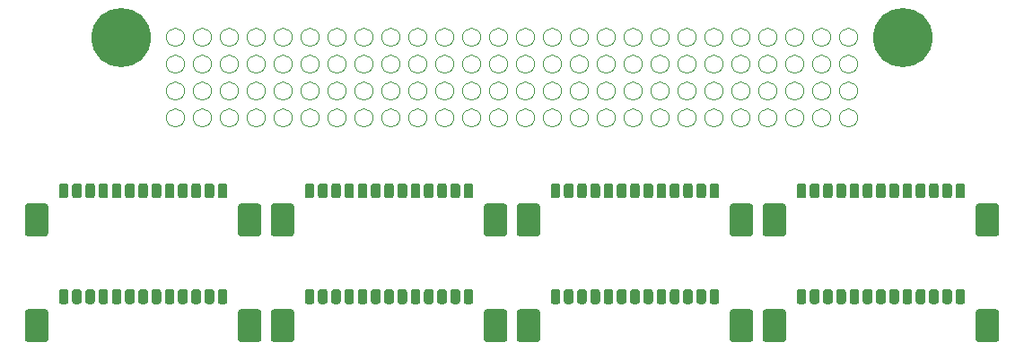
<source format=gbr>
%TF.GenerationSoftware,KiCad,Pcbnew,5.1.6-1.fc32*%
%TF.CreationDate,2020-06-21T11:50:06-03:00*%
%TF.ProjectId,pc104-adapter,70633130-342d-4616-9461-707465722e6b,rev?*%
%TF.SameCoordinates,Original*%
%TF.FileFunction,Soldermask,Top*%
%TF.FilePolarity,Negative*%
%FSLAX46Y46*%
G04 Gerber Fmt 4.6, Leading zero omitted, Abs format (unit mm)*
G04 Created by KiCad (PCBNEW 5.1.6-1.fc32) date 2020-06-21 11:50:06*
%MOMM*%
%LPD*%
G01*
G04 APERTURE LIST*
%ADD10C,0.100000*%
%ADD11C,5.600000*%
G04 APERTURE END LIST*
D10*
%TO.C,J10*%
X105411000Y-88056000D02*
G75*
G03*
X105411000Y-88056000I-861000J0D01*
G01*
X105411000Y-85516000D02*
G75*
G03*
X105411000Y-85516000I-861000J0D01*
G01*
X107951000Y-88056000D02*
G75*
G03*
X107951000Y-88056000I-861000J0D01*
G01*
X107951000Y-85516000D02*
G75*
G03*
X107951000Y-85516000I-861000J0D01*
G01*
X110491000Y-88056000D02*
G75*
G03*
X110491000Y-88056000I-861000J0D01*
G01*
X110491000Y-85516000D02*
G75*
G03*
X110491000Y-85516000I-861000J0D01*
G01*
X113031000Y-88056000D02*
G75*
G03*
X113031000Y-88056000I-861000J0D01*
G01*
X113031000Y-85516000D02*
G75*
G03*
X113031000Y-85516000I-861000J0D01*
G01*
X115571000Y-88056000D02*
G75*
G03*
X115571000Y-88056000I-861000J0D01*
G01*
X115571000Y-85516000D02*
G75*
G03*
X115571000Y-85516000I-861000J0D01*
G01*
X118111000Y-88056000D02*
G75*
G03*
X118111000Y-88056000I-861000J0D01*
G01*
X118111000Y-85516000D02*
G75*
G03*
X118111000Y-85516000I-861000J0D01*
G01*
X120651000Y-88056000D02*
G75*
G03*
X120651000Y-88056000I-861000J0D01*
G01*
X120651000Y-85516000D02*
G75*
G03*
X120651000Y-85516000I-861000J0D01*
G01*
X123191000Y-88056000D02*
G75*
G03*
X123191000Y-88056000I-861000J0D01*
G01*
X123191000Y-85516000D02*
G75*
G03*
X123191000Y-85516000I-861000J0D01*
G01*
X125731000Y-88056000D02*
G75*
G03*
X125731000Y-88056000I-861000J0D01*
G01*
X125731000Y-85516000D02*
G75*
G03*
X125731000Y-85516000I-861000J0D01*
G01*
X128271000Y-88056000D02*
G75*
G03*
X128271000Y-88056000I-861000J0D01*
G01*
X128271000Y-85516000D02*
G75*
G03*
X128271000Y-85516000I-861000J0D01*
G01*
X130811000Y-88056000D02*
G75*
G03*
X130811000Y-88056000I-861000J0D01*
G01*
X130811000Y-85516000D02*
G75*
G03*
X130811000Y-85516000I-861000J0D01*
G01*
X133351000Y-88056000D02*
G75*
G03*
X133351000Y-88056000I-861000J0D01*
G01*
X133351000Y-85516000D02*
G75*
G03*
X133351000Y-85516000I-861000J0D01*
G01*
X135891000Y-88056000D02*
G75*
G03*
X135891000Y-88056000I-861000J0D01*
G01*
X135891000Y-85516000D02*
G75*
G03*
X135891000Y-85516000I-861000J0D01*
G01*
X138431000Y-88056000D02*
G75*
G03*
X138431000Y-88056000I-861000J0D01*
G01*
X138431000Y-85516000D02*
G75*
G03*
X138431000Y-85516000I-861000J0D01*
G01*
X140971000Y-88056000D02*
G75*
G03*
X140971000Y-88056000I-861000J0D01*
G01*
X140971000Y-85516000D02*
G75*
G03*
X140971000Y-85516000I-861000J0D01*
G01*
X143511000Y-88056000D02*
G75*
G03*
X143511000Y-88056000I-861000J0D01*
G01*
X143511000Y-85516000D02*
G75*
G03*
X143511000Y-85516000I-861000J0D01*
G01*
X146051000Y-88056000D02*
G75*
G03*
X146051000Y-88056000I-861000J0D01*
G01*
X146051000Y-85516000D02*
G75*
G03*
X146051000Y-85516000I-861000J0D01*
G01*
X148591000Y-88056000D02*
G75*
G03*
X148591000Y-88056000I-861000J0D01*
G01*
X148591000Y-85516000D02*
G75*
G03*
X148591000Y-85516000I-861000J0D01*
G01*
X151131000Y-88056000D02*
G75*
G03*
X151131000Y-88056000I-861000J0D01*
G01*
X151131000Y-85516000D02*
G75*
G03*
X151131000Y-85516000I-861000J0D01*
G01*
X153671000Y-88056000D02*
G75*
G03*
X153671000Y-88056000I-861000J0D01*
G01*
X153671000Y-85516000D02*
G75*
G03*
X153671000Y-85516000I-861000J0D01*
G01*
X156211000Y-88056000D02*
G75*
G03*
X156211000Y-88056000I-861000J0D01*
G01*
X156211000Y-85516000D02*
G75*
G03*
X156211000Y-85516000I-861000J0D01*
G01*
X158751000Y-88056000D02*
G75*
G03*
X158751000Y-88056000I-861000J0D01*
G01*
X158751000Y-85516000D02*
G75*
G03*
X158751000Y-85516000I-861000J0D01*
G01*
X161291000Y-88056000D02*
G75*
G03*
X161291000Y-88056000I-861000J0D01*
G01*
X161291000Y-85516000D02*
G75*
G03*
X161291000Y-85516000I-861000J0D01*
G01*
X163831000Y-88056000D02*
G75*
G03*
X163831000Y-88056000I-861000J0D01*
G01*
X163831000Y-85516000D02*
G75*
G03*
X163831000Y-85516000I-861000J0D01*
G01*
X166371000Y-88056000D02*
G75*
G03*
X166371000Y-88056000I-861000J0D01*
G01*
X166371000Y-85516000D02*
G75*
G03*
X166371000Y-85516000I-861000J0D01*
G01*
X168911000Y-88056000D02*
G75*
G03*
X168911000Y-88056000I-861000J0D01*
G01*
X168911000Y-85516000D02*
G75*
G03*
X168911000Y-85516000I-861000J0D01*
G01*
%TO.C,J9*%
X105411000Y-82976000D02*
G75*
G03*
X105411000Y-82976000I-861000J0D01*
G01*
X105411000Y-80436000D02*
G75*
G03*
X105411000Y-80436000I-861000J0D01*
G01*
X107951000Y-82976000D02*
G75*
G03*
X107951000Y-82976000I-861000J0D01*
G01*
X107951000Y-80436000D02*
G75*
G03*
X107951000Y-80436000I-861000J0D01*
G01*
X110491000Y-82976000D02*
G75*
G03*
X110491000Y-82976000I-861000J0D01*
G01*
X110491000Y-80436000D02*
G75*
G03*
X110491000Y-80436000I-861000J0D01*
G01*
X113031000Y-82976000D02*
G75*
G03*
X113031000Y-82976000I-861000J0D01*
G01*
X113031000Y-80436000D02*
G75*
G03*
X113031000Y-80436000I-861000J0D01*
G01*
X115571000Y-82976000D02*
G75*
G03*
X115571000Y-82976000I-861000J0D01*
G01*
X115571000Y-80436000D02*
G75*
G03*
X115571000Y-80436000I-861000J0D01*
G01*
X118111000Y-82976000D02*
G75*
G03*
X118111000Y-82976000I-861000J0D01*
G01*
X118111000Y-80436000D02*
G75*
G03*
X118111000Y-80436000I-861000J0D01*
G01*
X120651000Y-82976000D02*
G75*
G03*
X120651000Y-82976000I-861000J0D01*
G01*
X120651000Y-80436000D02*
G75*
G03*
X120651000Y-80436000I-861000J0D01*
G01*
X123191000Y-82976000D02*
G75*
G03*
X123191000Y-82976000I-861000J0D01*
G01*
X123191000Y-80436000D02*
G75*
G03*
X123191000Y-80436000I-861000J0D01*
G01*
X125731000Y-82976000D02*
G75*
G03*
X125731000Y-82976000I-861000J0D01*
G01*
X125731000Y-80436000D02*
G75*
G03*
X125731000Y-80436000I-861000J0D01*
G01*
X128271000Y-82976000D02*
G75*
G03*
X128271000Y-82976000I-861000J0D01*
G01*
X128271000Y-80436000D02*
G75*
G03*
X128271000Y-80436000I-861000J0D01*
G01*
X130811000Y-82976000D02*
G75*
G03*
X130811000Y-82976000I-861000J0D01*
G01*
X130811000Y-80436000D02*
G75*
G03*
X130811000Y-80436000I-861000J0D01*
G01*
X133351000Y-82976000D02*
G75*
G03*
X133351000Y-82976000I-861000J0D01*
G01*
X133351000Y-80436000D02*
G75*
G03*
X133351000Y-80436000I-861000J0D01*
G01*
X135891000Y-82976000D02*
G75*
G03*
X135891000Y-82976000I-861000J0D01*
G01*
X135891000Y-80436000D02*
G75*
G03*
X135891000Y-80436000I-861000J0D01*
G01*
X138431000Y-82976000D02*
G75*
G03*
X138431000Y-82976000I-861000J0D01*
G01*
X138431000Y-80436000D02*
G75*
G03*
X138431000Y-80436000I-861000J0D01*
G01*
X140971000Y-82976000D02*
G75*
G03*
X140971000Y-82976000I-861000J0D01*
G01*
X140971000Y-80436000D02*
G75*
G03*
X140971000Y-80436000I-861000J0D01*
G01*
X143511000Y-82976000D02*
G75*
G03*
X143511000Y-82976000I-861000J0D01*
G01*
X143511000Y-80436000D02*
G75*
G03*
X143511000Y-80436000I-861000J0D01*
G01*
X146051000Y-82976000D02*
G75*
G03*
X146051000Y-82976000I-861000J0D01*
G01*
X146051000Y-80436000D02*
G75*
G03*
X146051000Y-80436000I-861000J0D01*
G01*
X148591000Y-82976000D02*
G75*
G03*
X148591000Y-82976000I-861000J0D01*
G01*
X148591000Y-80436000D02*
G75*
G03*
X148591000Y-80436000I-861000J0D01*
G01*
X151131000Y-82976000D02*
G75*
G03*
X151131000Y-82976000I-861000J0D01*
G01*
X151131000Y-80436000D02*
G75*
G03*
X151131000Y-80436000I-861000J0D01*
G01*
X153671000Y-82976000D02*
G75*
G03*
X153671000Y-82976000I-861000J0D01*
G01*
X153671000Y-80436000D02*
G75*
G03*
X153671000Y-80436000I-861000J0D01*
G01*
X156211000Y-82976000D02*
G75*
G03*
X156211000Y-82976000I-861000J0D01*
G01*
X156211000Y-80436000D02*
G75*
G03*
X156211000Y-80436000I-861000J0D01*
G01*
X158751000Y-82976000D02*
G75*
G03*
X158751000Y-82976000I-861000J0D01*
G01*
X158751000Y-80436000D02*
G75*
G03*
X158751000Y-80436000I-861000J0D01*
G01*
X161291000Y-82976000D02*
G75*
G03*
X161291000Y-82976000I-861000J0D01*
G01*
X161291000Y-80436000D02*
G75*
G03*
X161291000Y-80436000I-861000J0D01*
G01*
X163831000Y-82976000D02*
G75*
G03*
X163831000Y-82976000I-861000J0D01*
G01*
X163831000Y-80436000D02*
G75*
G03*
X163831000Y-80436000I-861000J0D01*
G01*
X166371000Y-82976000D02*
G75*
G03*
X166371000Y-82976000I-861000J0D01*
G01*
X166371000Y-80436000D02*
G75*
G03*
X166371000Y-80436000I-861000J0D01*
G01*
X168911000Y-82976000D02*
G75*
G03*
X168911000Y-82976000I-861000J0D01*
G01*
X168911000Y-80436000D02*
G75*
G03*
X168911000Y-80436000I-861000J0D01*
G01*
%TD*%
%TO.C,J8*%
G36*
G01*
X180050000Y-98988095D02*
X180050000Y-96411905D01*
G75*
G02*
X180311905Y-96150000I261905J0D01*
G01*
X181988095Y-96150000D01*
G75*
G02*
X182250000Y-96411905I0J-261905D01*
G01*
X182250000Y-98988095D01*
G75*
G02*
X181988095Y-99250000I-261905J0D01*
G01*
X180311905Y-99250000D01*
G75*
G02*
X180050000Y-98988095I0J261905D01*
G01*
G37*
G36*
G01*
X159950000Y-98988095D02*
X159950000Y-96411905D01*
G75*
G02*
X160211905Y-96150000I261905J0D01*
G01*
X161888095Y-96150000D01*
G75*
G02*
X162150000Y-96411905I0J-261905D01*
G01*
X162150000Y-98988095D01*
G75*
G02*
X161888095Y-99250000I-261905J0D01*
G01*
X160211905Y-99250000D01*
G75*
G02*
X159950000Y-98988095I0J261905D01*
G01*
G37*
G36*
G01*
X178150000Y-95425000D02*
X178150000Y-94475000D01*
G75*
G02*
X178375000Y-94250000I225000J0D01*
G01*
X178825000Y-94250000D01*
G75*
G02*
X179050000Y-94475000I0J-225000D01*
G01*
X179050000Y-95425000D01*
G75*
G02*
X178825000Y-95650000I-225000J0D01*
G01*
X178375000Y-95650000D01*
G75*
G02*
X178150000Y-95425000I0J225000D01*
G01*
G37*
G36*
G01*
X176900000Y-95425000D02*
X176900000Y-94475000D01*
G75*
G02*
X177125000Y-94250000I225000J0D01*
G01*
X177575000Y-94250000D01*
G75*
G02*
X177800000Y-94475000I0J-225000D01*
G01*
X177800000Y-95425000D01*
G75*
G02*
X177575000Y-95650000I-225000J0D01*
G01*
X177125000Y-95650000D01*
G75*
G02*
X176900000Y-95425000I0J225000D01*
G01*
G37*
G36*
G01*
X175650000Y-95425000D02*
X175650000Y-94475000D01*
G75*
G02*
X175875000Y-94250000I225000J0D01*
G01*
X176325000Y-94250000D01*
G75*
G02*
X176550000Y-94475000I0J-225000D01*
G01*
X176550000Y-95425000D01*
G75*
G02*
X176325000Y-95650000I-225000J0D01*
G01*
X175875000Y-95650000D01*
G75*
G02*
X175650000Y-95425000I0J225000D01*
G01*
G37*
G36*
G01*
X174400000Y-95425000D02*
X174400000Y-94475000D01*
G75*
G02*
X174625000Y-94250000I225000J0D01*
G01*
X175075000Y-94250000D01*
G75*
G02*
X175300000Y-94475000I0J-225000D01*
G01*
X175300000Y-95425000D01*
G75*
G02*
X175075000Y-95650000I-225000J0D01*
G01*
X174625000Y-95650000D01*
G75*
G02*
X174400000Y-95425000I0J225000D01*
G01*
G37*
G36*
G01*
X173150000Y-95425000D02*
X173150000Y-94475000D01*
G75*
G02*
X173375000Y-94250000I225000J0D01*
G01*
X173825000Y-94250000D01*
G75*
G02*
X174050000Y-94475000I0J-225000D01*
G01*
X174050000Y-95425000D01*
G75*
G02*
X173825000Y-95650000I-225000J0D01*
G01*
X173375000Y-95650000D01*
G75*
G02*
X173150000Y-95425000I0J225000D01*
G01*
G37*
G36*
G01*
X171900000Y-95425000D02*
X171900000Y-94475000D01*
G75*
G02*
X172125000Y-94250000I225000J0D01*
G01*
X172575000Y-94250000D01*
G75*
G02*
X172800000Y-94475000I0J-225000D01*
G01*
X172800000Y-95425000D01*
G75*
G02*
X172575000Y-95650000I-225000J0D01*
G01*
X172125000Y-95650000D01*
G75*
G02*
X171900000Y-95425000I0J225000D01*
G01*
G37*
G36*
G01*
X170650000Y-95425000D02*
X170650000Y-94475000D01*
G75*
G02*
X170875000Y-94250000I225000J0D01*
G01*
X171325000Y-94250000D01*
G75*
G02*
X171550000Y-94475000I0J-225000D01*
G01*
X171550000Y-95425000D01*
G75*
G02*
X171325000Y-95650000I-225000J0D01*
G01*
X170875000Y-95650000D01*
G75*
G02*
X170650000Y-95425000I0J225000D01*
G01*
G37*
G36*
G01*
X169400000Y-95425000D02*
X169400000Y-94475000D01*
G75*
G02*
X169625000Y-94250000I225000J0D01*
G01*
X170075000Y-94250000D01*
G75*
G02*
X170300000Y-94475000I0J-225000D01*
G01*
X170300000Y-95425000D01*
G75*
G02*
X170075000Y-95650000I-225000J0D01*
G01*
X169625000Y-95650000D01*
G75*
G02*
X169400000Y-95425000I0J225000D01*
G01*
G37*
G36*
G01*
X168150000Y-95425000D02*
X168150000Y-94475000D01*
G75*
G02*
X168375000Y-94250000I225000J0D01*
G01*
X168825000Y-94250000D01*
G75*
G02*
X169050000Y-94475000I0J-225000D01*
G01*
X169050000Y-95425000D01*
G75*
G02*
X168825000Y-95650000I-225000J0D01*
G01*
X168375000Y-95650000D01*
G75*
G02*
X168150000Y-95425000I0J225000D01*
G01*
G37*
G36*
G01*
X166900000Y-95425000D02*
X166900000Y-94475000D01*
G75*
G02*
X167125000Y-94250000I225000J0D01*
G01*
X167575000Y-94250000D01*
G75*
G02*
X167800000Y-94475000I0J-225000D01*
G01*
X167800000Y-95425000D01*
G75*
G02*
X167575000Y-95650000I-225000J0D01*
G01*
X167125000Y-95650000D01*
G75*
G02*
X166900000Y-95425000I0J225000D01*
G01*
G37*
G36*
G01*
X165650000Y-95425000D02*
X165650000Y-94475000D01*
G75*
G02*
X165875000Y-94250000I225000J0D01*
G01*
X166325000Y-94250000D01*
G75*
G02*
X166550000Y-94475000I0J-225000D01*
G01*
X166550000Y-95425000D01*
G75*
G02*
X166325000Y-95650000I-225000J0D01*
G01*
X165875000Y-95650000D01*
G75*
G02*
X165650000Y-95425000I0J225000D01*
G01*
G37*
G36*
G01*
X164400000Y-95425000D02*
X164400000Y-94475000D01*
G75*
G02*
X164625000Y-94250000I225000J0D01*
G01*
X165075000Y-94250000D01*
G75*
G02*
X165300000Y-94475000I0J-225000D01*
G01*
X165300000Y-95425000D01*
G75*
G02*
X165075000Y-95650000I-225000J0D01*
G01*
X164625000Y-95650000D01*
G75*
G02*
X164400000Y-95425000I0J225000D01*
G01*
G37*
G36*
G01*
X163150000Y-95425000D02*
X163150000Y-94475000D01*
G75*
G02*
X163375000Y-94250000I225000J0D01*
G01*
X163825000Y-94250000D01*
G75*
G02*
X164050000Y-94475000I0J-225000D01*
G01*
X164050000Y-95425000D01*
G75*
G02*
X163825000Y-95650000I-225000J0D01*
G01*
X163375000Y-95650000D01*
G75*
G02*
X163150000Y-95425000I0J225000D01*
G01*
G37*
%TD*%
%TO.C,J7*%
G36*
G01*
X156850000Y-98988095D02*
X156850000Y-96411905D01*
G75*
G02*
X157111905Y-96150000I261905J0D01*
G01*
X158788095Y-96150000D01*
G75*
G02*
X159050000Y-96411905I0J-261905D01*
G01*
X159050000Y-98988095D01*
G75*
G02*
X158788095Y-99250000I-261905J0D01*
G01*
X157111905Y-99250000D01*
G75*
G02*
X156850000Y-98988095I0J261905D01*
G01*
G37*
G36*
G01*
X136750000Y-98988095D02*
X136750000Y-96411905D01*
G75*
G02*
X137011905Y-96150000I261905J0D01*
G01*
X138688095Y-96150000D01*
G75*
G02*
X138950000Y-96411905I0J-261905D01*
G01*
X138950000Y-98988095D01*
G75*
G02*
X138688095Y-99250000I-261905J0D01*
G01*
X137011905Y-99250000D01*
G75*
G02*
X136750000Y-98988095I0J261905D01*
G01*
G37*
G36*
G01*
X154950000Y-95425000D02*
X154950000Y-94475000D01*
G75*
G02*
X155175000Y-94250000I225000J0D01*
G01*
X155625000Y-94250000D01*
G75*
G02*
X155850000Y-94475000I0J-225000D01*
G01*
X155850000Y-95425000D01*
G75*
G02*
X155625000Y-95650000I-225000J0D01*
G01*
X155175000Y-95650000D01*
G75*
G02*
X154950000Y-95425000I0J225000D01*
G01*
G37*
G36*
G01*
X153700000Y-95425000D02*
X153700000Y-94475000D01*
G75*
G02*
X153925000Y-94250000I225000J0D01*
G01*
X154375000Y-94250000D01*
G75*
G02*
X154600000Y-94475000I0J-225000D01*
G01*
X154600000Y-95425000D01*
G75*
G02*
X154375000Y-95650000I-225000J0D01*
G01*
X153925000Y-95650000D01*
G75*
G02*
X153700000Y-95425000I0J225000D01*
G01*
G37*
G36*
G01*
X152450000Y-95425000D02*
X152450000Y-94475000D01*
G75*
G02*
X152675000Y-94250000I225000J0D01*
G01*
X153125000Y-94250000D01*
G75*
G02*
X153350000Y-94475000I0J-225000D01*
G01*
X153350000Y-95425000D01*
G75*
G02*
X153125000Y-95650000I-225000J0D01*
G01*
X152675000Y-95650000D01*
G75*
G02*
X152450000Y-95425000I0J225000D01*
G01*
G37*
G36*
G01*
X151200000Y-95425000D02*
X151200000Y-94475000D01*
G75*
G02*
X151425000Y-94250000I225000J0D01*
G01*
X151875000Y-94250000D01*
G75*
G02*
X152100000Y-94475000I0J-225000D01*
G01*
X152100000Y-95425000D01*
G75*
G02*
X151875000Y-95650000I-225000J0D01*
G01*
X151425000Y-95650000D01*
G75*
G02*
X151200000Y-95425000I0J225000D01*
G01*
G37*
G36*
G01*
X149950000Y-95425000D02*
X149950000Y-94475000D01*
G75*
G02*
X150175000Y-94250000I225000J0D01*
G01*
X150625000Y-94250000D01*
G75*
G02*
X150850000Y-94475000I0J-225000D01*
G01*
X150850000Y-95425000D01*
G75*
G02*
X150625000Y-95650000I-225000J0D01*
G01*
X150175000Y-95650000D01*
G75*
G02*
X149950000Y-95425000I0J225000D01*
G01*
G37*
G36*
G01*
X148700000Y-95425000D02*
X148700000Y-94475000D01*
G75*
G02*
X148925000Y-94250000I225000J0D01*
G01*
X149375000Y-94250000D01*
G75*
G02*
X149600000Y-94475000I0J-225000D01*
G01*
X149600000Y-95425000D01*
G75*
G02*
X149375000Y-95650000I-225000J0D01*
G01*
X148925000Y-95650000D01*
G75*
G02*
X148700000Y-95425000I0J225000D01*
G01*
G37*
G36*
G01*
X147450000Y-95425000D02*
X147450000Y-94475000D01*
G75*
G02*
X147675000Y-94250000I225000J0D01*
G01*
X148125000Y-94250000D01*
G75*
G02*
X148350000Y-94475000I0J-225000D01*
G01*
X148350000Y-95425000D01*
G75*
G02*
X148125000Y-95650000I-225000J0D01*
G01*
X147675000Y-95650000D01*
G75*
G02*
X147450000Y-95425000I0J225000D01*
G01*
G37*
G36*
G01*
X146200000Y-95425000D02*
X146200000Y-94475000D01*
G75*
G02*
X146425000Y-94250000I225000J0D01*
G01*
X146875000Y-94250000D01*
G75*
G02*
X147100000Y-94475000I0J-225000D01*
G01*
X147100000Y-95425000D01*
G75*
G02*
X146875000Y-95650000I-225000J0D01*
G01*
X146425000Y-95650000D01*
G75*
G02*
X146200000Y-95425000I0J225000D01*
G01*
G37*
G36*
G01*
X144950000Y-95425000D02*
X144950000Y-94475000D01*
G75*
G02*
X145175000Y-94250000I225000J0D01*
G01*
X145625000Y-94250000D01*
G75*
G02*
X145850000Y-94475000I0J-225000D01*
G01*
X145850000Y-95425000D01*
G75*
G02*
X145625000Y-95650000I-225000J0D01*
G01*
X145175000Y-95650000D01*
G75*
G02*
X144950000Y-95425000I0J225000D01*
G01*
G37*
G36*
G01*
X143700000Y-95425000D02*
X143700000Y-94475000D01*
G75*
G02*
X143925000Y-94250000I225000J0D01*
G01*
X144375000Y-94250000D01*
G75*
G02*
X144600000Y-94475000I0J-225000D01*
G01*
X144600000Y-95425000D01*
G75*
G02*
X144375000Y-95650000I-225000J0D01*
G01*
X143925000Y-95650000D01*
G75*
G02*
X143700000Y-95425000I0J225000D01*
G01*
G37*
G36*
G01*
X142450000Y-95425000D02*
X142450000Y-94475000D01*
G75*
G02*
X142675000Y-94250000I225000J0D01*
G01*
X143125000Y-94250000D01*
G75*
G02*
X143350000Y-94475000I0J-225000D01*
G01*
X143350000Y-95425000D01*
G75*
G02*
X143125000Y-95650000I-225000J0D01*
G01*
X142675000Y-95650000D01*
G75*
G02*
X142450000Y-95425000I0J225000D01*
G01*
G37*
G36*
G01*
X141200000Y-95425000D02*
X141200000Y-94475000D01*
G75*
G02*
X141425000Y-94250000I225000J0D01*
G01*
X141875000Y-94250000D01*
G75*
G02*
X142100000Y-94475000I0J-225000D01*
G01*
X142100000Y-95425000D01*
G75*
G02*
X141875000Y-95650000I-225000J0D01*
G01*
X141425000Y-95650000D01*
G75*
G02*
X141200000Y-95425000I0J225000D01*
G01*
G37*
G36*
G01*
X139950000Y-95425000D02*
X139950000Y-94475000D01*
G75*
G02*
X140175000Y-94250000I225000J0D01*
G01*
X140625000Y-94250000D01*
G75*
G02*
X140850000Y-94475000I0J-225000D01*
G01*
X140850000Y-95425000D01*
G75*
G02*
X140625000Y-95650000I-225000J0D01*
G01*
X140175000Y-95650000D01*
G75*
G02*
X139950000Y-95425000I0J225000D01*
G01*
G37*
%TD*%
%TO.C,J6*%
G36*
G01*
X133650000Y-98988095D02*
X133650000Y-96411905D01*
G75*
G02*
X133911905Y-96150000I261905J0D01*
G01*
X135588095Y-96150000D01*
G75*
G02*
X135850000Y-96411905I0J-261905D01*
G01*
X135850000Y-98988095D01*
G75*
G02*
X135588095Y-99250000I-261905J0D01*
G01*
X133911905Y-99250000D01*
G75*
G02*
X133650000Y-98988095I0J261905D01*
G01*
G37*
G36*
G01*
X113550000Y-98988095D02*
X113550000Y-96411905D01*
G75*
G02*
X113811905Y-96150000I261905J0D01*
G01*
X115488095Y-96150000D01*
G75*
G02*
X115750000Y-96411905I0J-261905D01*
G01*
X115750000Y-98988095D01*
G75*
G02*
X115488095Y-99250000I-261905J0D01*
G01*
X113811905Y-99250000D01*
G75*
G02*
X113550000Y-98988095I0J261905D01*
G01*
G37*
G36*
G01*
X131750000Y-95425000D02*
X131750000Y-94475000D01*
G75*
G02*
X131975000Y-94250000I225000J0D01*
G01*
X132425000Y-94250000D01*
G75*
G02*
X132650000Y-94475000I0J-225000D01*
G01*
X132650000Y-95425000D01*
G75*
G02*
X132425000Y-95650000I-225000J0D01*
G01*
X131975000Y-95650000D01*
G75*
G02*
X131750000Y-95425000I0J225000D01*
G01*
G37*
G36*
G01*
X130500000Y-95425000D02*
X130500000Y-94475000D01*
G75*
G02*
X130725000Y-94250000I225000J0D01*
G01*
X131175000Y-94250000D01*
G75*
G02*
X131400000Y-94475000I0J-225000D01*
G01*
X131400000Y-95425000D01*
G75*
G02*
X131175000Y-95650000I-225000J0D01*
G01*
X130725000Y-95650000D01*
G75*
G02*
X130500000Y-95425000I0J225000D01*
G01*
G37*
G36*
G01*
X129250000Y-95425000D02*
X129250000Y-94475000D01*
G75*
G02*
X129475000Y-94250000I225000J0D01*
G01*
X129925000Y-94250000D01*
G75*
G02*
X130150000Y-94475000I0J-225000D01*
G01*
X130150000Y-95425000D01*
G75*
G02*
X129925000Y-95650000I-225000J0D01*
G01*
X129475000Y-95650000D01*
G75*
G02*
X129250000Y-95425000I0J225000D01*
G01*
G37*
G36*
G01*
X128000000Y-95425000D02*
X128000000Y-94475000D01*
G75*
G02*
X128225000Y-94250000I225000J0D01*
G01*
X128675000Y-94250000D01*
G75*
G02*
X128900000Y-94475000I0J-225000D01*
G01*
X128900000Y-95425000D01*
G75*
G02*
X128675000Y-95650000I-225000J0D01*
G01*
X128225000Y-95650000D01*
G75*
G02*
X128000000Y-95425000I0J225000D01*
G01*
G37*
G36*
G01*
X126750000Y-95425000D02*
X126750000Y-94475000D01*
G75*
G02*
X126975000Y-94250000I225000J0D01*
G01*
X127425000Y-94250000D01*
G75*
G02*
X127650000Y-94475000I0J-225000D01*
G01*
X127650000Y-95425000D01*
G75*
G02*
X127425000Y-95650000I-225000J0D01*
G01*
X126975000Y-95650000D01*
G75*
G02*
X126750000Y-95425000I0J225000D01*
G01*
G37*
G36*
G01*
X125500000Y-95425000D02*
X125500000Y-94475000D01*
G75*
G02*
X125725000Y-94250000I225000J0D01*
G01*
X126175000Y-94250000D01*
G75*
G02*
X126400000Y-94475000I0J-225000D01*
G01*
X126400000Y-95425000D01*
G75*
G02*
X126175000Y-95650000I-225000J0D01*
G01*
X125725000Y-95650000D01*
G75*
G02*
X125500000Y-95425000I0J225000D01*
G01*
G37*
G36*
G01*
X124250000Y-95425000D02*
X124250000Y-94475000D01*
G75*
G02*
X124475000Y-94250000I225000J0D01*
G01*
X124925000Y-94250000D01*
G75*
G02*
X125150000Y-94475000I0J-225000D01*
G01*
X125150000Y-95425000D01*
G75*
G02*
X124925000Y-95650000I-225000J0D01*
G01*
X124475000Y-95650000D01*
G75*
G02*
X124250000Y-95425000I0J225000D01*
G01*
G37*
G36*
G01*
X123000000Y-95425000D02*
X123000000Y-94475000D01*
G75*
G02*
X123225000Y-94250000I225000J0D01*
G01*
X123675000Y-94250000D01*
G75*
G02*
X123900000Y-94475000I0J-225000D01*
G01*
X123900000Y-95425000D01*
G75*
G02*
X123675000Y-95650000I-225000J0D01*
G01*
X123225000Y-95650000D01*
G75*
G02*
X123000000Y-95425000I0J225000D01*
G01*
G37*
G36*
G01*
X121750000Y-95425000D02*
X121750000Y-94475000D01*
G75*
G02*
X121975000Y-94250000I225000J0D01*
G01*
X122425000Y-94250000D01*
G75*
G02*
X122650000Y-94475000I0J-225000D01*
G01*
X122650000Y-95425000D01*
G75*
G02*
X122425000Y-95650000I-225000J0D01*
G01*
X121975000Y-95650000D01*
G75*
G02*
X121750000Y-95425000I0J225000D01*
G01*
G37*
G36*
G01*
X120500000Y-95425000D02*
X120500000Y-94475000D01*
G75*
G02*
X120725000Y-94250000I225000J0D01*
G01*
X121175000Y-94250000D01*
G75*
G02*
X121400000Y-94475000I0J-225000D01*
G01*
X121400000Y-95425000D01*
G75*
G02*
X121175000Y-95650000I-225000J0D01*
G01*
X120725000Y-95650000D01*
G75*
G02*
X120500000Y-95425000I0J225000D01*
G01*
G37*
G36*
G01*
X119250000Y-95425000D02*
X119250000Y-94475000D01*
G75*
G02*
X119475000Y-94250000I225000J0D01*
G01*
X119925000Y-94250000D01*
G75*
G02*
X120150000Y-94475000I0J-225000D01*
G01*
X120150000Y-95425000D01*
G75*
G02*
X119925000Y-95650000I-225000J0D01*
G01*
X119475000Y-95650000D01*
G75*
G02*
X119250000Y-95425000I0J225000D01*
G01*
G37*
G36*
G01*
X118000000Y-95425000D02*
X118000000Y-94475000D01*
G75*
G02*
X118225000Y-94250000I225000J0D01*
G01*
X118675000Y-94250000D01*
G75*
G02*
X118900000Y-94475000I0J-225000D01*
G01*
X118900000Y-95425000D01*
G75*
G02*
X118675000Y-95650000I-225000J0D01*
G01*
X118225000Y-95650000D01*
G75*
G02*
X118000000Y-95425000I0J225000D01*
G01*
G37*
G36*
G01*
X116750000Y-95425000D02*
X116750000Y-94475000D01*
G75*
G02*
X116975000Y-94250000I225000J0D01*
G01*
X117425000Y-94250000D01*
G75*
G02*
X117650000Y-94475000I0J-225000D01*
G01*
X117650000Y-95425000D01*
G75*
G02*
X117425000Y-95650000I-225000J0D01*
G01*
X116975000Y-95650000D01*
G75*
G02*
X116750000Y-95425000I0J225000D01*
G01*
G37*
%TD*%
%TO.C,J5*%
G36*
G01*
X110450000Y-98988095D02*
X110450000Y-96411905D01*
G75*
G02*
X110711905Y-96150000I261905J0D01*
G01*
X112388095Y-96150000D01*
G75*
G02*
X112650000Y-96411905I0J-261905D01*
G01*
X112650000Y-98988095D01*
G75*
G02*
X112388095Y-99250000I-261905J0D01*
G01*
X110711905Y-99250000D01*
G75*
G02*
X110450000Y-98988095I0J261905D01*
G01*
G37*
G36*
G01*
X90350000Y-98988095D02*
X90350000Y-96411905D01*
G75*
G02*
X90611905Y-96150000I261905J0D01*
G01*
X92288095Y-96150000D01*
G75*
G02*
X92550000Y-96411905I0J-261905D01*
G01*
X92550000Y-98988095D01*
G75*
G02*
X92288095Y-99250000I-261905J0D01*
G01*
X90611905Y-99250000D01*
G75*
G02*
X90350000Y-98988095I0J261905D01*
G01*
G37*
G36*
G01*
X108550000Y-95425000D02*
X108550000Y-94475000D01*
G75*
G02*
X108775000Y-94250000I225000J0D01*
G01*
X109225000Y-94250000D01*
G75*
G02*
X109450000Y-94475000I0J-225000D01*
G01*
X109450000Y-95425000D01*
G75*
G02*
X109225000Y-95650000I-225000J0D01*
G01*
X108775000Y-95650000D01*
G75*
G02*
X108550000Y-95425000I0J225000D01*
G01*
G37*
G36*
G01*
X107300000Y-95425000D02*
X107300000Y-94475000D01*
G75*
G02*
X107525000Y-94250000I225000J0D01*
G01*
X107975000Y-94250000D01*
G75*
G02*
X108200000Y-94475000I0J-225000D01*
G01*
X108200000Y-95425000D01*
G75*
G02*
X107975000Y-95650000I-225000J0D01*
G01*
X107525000Y-95650000D01*
G75*
G02*
X107300000Y-95425000I0J225000D01*
G01*
G37*
G36*
G01*
X106050000Y-95425000D02*
X106050000Y-94475000D01*
G75*
G02*
X106275000Y-94250000I225000J0D01*
G01*
X106725000Y-94250000D01*
G75*
G02*
X106950000Y-94475000I0J-225000D01*
G01*
X106950000Y-95425000D01*
G75*
G02*
X106725000Y-95650000I-225000J0D01*
G01*
X106275000Y-95650000D01*
G75*
G02*
X106050000Y-95425000I0J225000D01*
G01*
G37*
G36*
G01*
X104800000Y-95425000D02*
X104800000Y-94475000D01*
G75*
G02*
X105025000Y-94250000I225000J0D01*
G01*
X105475000Y-94250000D01*
G75*
G02*
X105700000Y-94475000I0J-225000D01*
G01*
X105700000Y-95425000D01*
G75*
G02*
X105475000Y-95650000I-225000J0D01*
G01*
X105025000Y-95650000D01*
G75*
G02*
X104800000Y-95425000I0J225000D01*
G01*
G37*
G36*
G01*
X103550000Y-95425000D02*
X103550000Y-94475000D01*
G75*
G02*
X103775000Y-94250000I225000J0D01*
G01*
X104225000Y-94250000D01*
G75*
G02*
X104450000Y-94475000I0J-225000D01*
G01*
X104450000Y-95425000D01*
G75*
G02*
X104225000Y-95650000I-225000J0D01*
G01*
X103775000Y-95650000D01*
G75*
G02*
X103550000Y-95425000I0J225000D01*
G01*
G37*
G36*
G01*
X102300000Y-95425000D02*
X102300000Y-94475000D01*
G75*
G02*
X102525000Y-94250000I225000J0D01*
G01*
X102975000Y-94250000D01*
G75*
G02*
X103200000Y-94475000I0J-225000D01*
G01*
X103200000Y-95425000D01*
G75*
G02*
X102975000Y-95650000I-225000J0D01*
G01*
X102525000Y-95650000D01*
G75*
G02*
X102300000Y-95425000I0J225000D01*
G01*
G37*
G36*
G01*
X101050000Y-95425000D02*
X101050000Y-94475000D01*
G75*
G02*
X101275000Y-94250000I225000J0D01*
G01*
X101725000Y-94250000D01*
G75*
G02*
X101950000Y-94475000I0J-225000D01*
G01*
X101950000Y-95425000D01*
G75*
G02*
X101725000Y-95650000I-225000J0D01*
G01*
X101275000Y-95650000D01*
G75*
G02*
X101050000Y-95425000I0J225000D01*
G01*
G37*
G36*
G01*
X99800000Y-95425000D02*
X99800000Y-94475000D01*
G75*
G02*
X100025000Y-94250000I225000J0D01*
G01*
X100475000Y-94250000D01*
G75*
G02*
X100700000Y-94475000I0J-225000D01*
G01*
X100700000Y-95425000D01*
G75*
G02*
X100475000Y-95650000I-225000J0D01*
G01*
X100025000Y-95650000D01*
G75*
G02*
X99800000Y-95425000I0J225000D01*
G01*
G37*
G36*
G01*
X98550000Y-95425000D02*
X98550000Y-94475000D01*
G75*
G02*
X98775000Y-94250000I225000J0D01*
G01*
X99225000Y-94250000D01*
G75*
G02*
X99450000Y-94475000I0J-225000D01*
G01*
X99450000Y-95425000D01*
G75*
G02*
X99225000Y-95650000I-225000J0D01*
G01*
X98775000Y-95650000D01*
G75*
G02*
X98550000Y-95425000I0J225000D01*
G01*
G37*
G36*
G01*
X97300000Y-95425000D02*
X97300000Y-94475000D01*
G75*
G02*
X97525000Y-94250000I225000J0D01*
G01*
X97975000Y-94250000D01*
G75*
G02*
X98200000Y-94475000I0J-225000D01*
G01*
X98200000Y-95425000D01*
G75*
G02*
X97975000Y-95650000I-225000J0D01*
G01*
X97525000Y-95650000D01*
G75*
G02*
X97300000Y-95425000I0J225000D01*
G01*
G37*
G36*
G01*
X96050000Y-95425000D02*
X96050000Y-94475000D01*
G75*
G02*
X96275000Y-94250000I225000J0D01*
G01*
X96725000Y-94250000D01*
G75*
G02*
X96950000Y-94475000I0J-225000D01*
G01*
X96950000Y-95425000D01*
G75*
G02*
X96725000Y-95650000I-225000J0D01*
G01*
X96275000Y-95650000D01*
G75*
G02*
X96050000Y-95425000I0J225000D01*
G01*
G37*
G36*
G01*
X94800000Y-95425000D02*
X94800000Y-94475000D01*
G75*
G02*
X95025000Y-94250000I225000J0D01*
G01*
X95475000Y-94250000D01*
G75*
G02*
X95700000Y-94475000I0J-225000D01*
G01*
X95700000Y-95425000D01*
G75*
G02*
X95475000Y-95650000I-225000J0D01*
G01*
X95025000Y-95650000D01*
G75*
G02*
X94800000Y-95425000I0J225000D01*
G01*
G37*
G36*
G01*
X93550000Y-95425000D02*
X93550000Y-94475000D01*
G75*
G02*
X93775000Y-94250000I225000J0D01*
G01*
X94225000Y-94250000D01*
G75*
G02*
X94450000Y-94475000I0J-225000D01*
G01*
X94450000Y-95425000D01*
G75*
G02*
X94225000Y-95650000I-225000J0D01*
G01*
X93775000Y-95650000D01*
G75*
G02*
X93550000Y-95425000I0J225000D01*
G01*
G37*
%TD*%
%TO.C,J4*%
G36*
G01*
X180050000Y-108988095D02*
X180050000Y-106411905D01*
G75*
G02*
X180311905Y-106150000I261905J0D01*
G01*
X181988095Y-106150000D01*
G75*
G02*
X182250000Y-106411905I0J-261905D01*
G01*
X182250000Y-108988095D01*
G75*
G02*
X181988095Y-109250000I-261905J0D01*
G01*
X180311905Y-109250000D01*
G75*
G02*
X180050000Y-108988095I0J261905D01*
G01*
G37*
G36*
G01*
X159950000Y-108988095D02*
X159950000Y-106411905D01*
G75*
G02*
X160211905Y-106150000I261905J0D01*
G01*
X161888095Y-106150000D01*
G75*
G02*
X162150000Y-106411905I0J-261905D01*
G01*
X162150000Y-108988095D01*
G75*
G02*
X161888095Y-109250000I-261905J0D01*
G01*
X160211905Y-109250000D01*
G75*
G02*
X159950000Y-108988095I0J261905D01*
G01*
G37*
G36*
G01*
X178150000Y-105425000D02*
X178150000Y-104475000D01*
G75*
G02*
X178375000Y-104250000I225000J0D01*
G01*
X178825000Y-104250000D01*
G75*
G02*
X179050000Y-104475000I0J-225000D01*
G01*
X179050000Y-105425000D01*
G75*
G02*
X178825000Y-105650000I-225000J0D01*
G01*
X178375000Y-105650000D01*
G75*
G02*
X178150000Y-105425000I0J225000D01*
G01*
G37*
G36*
G01*
X176900000Y-105425000D02*
X176900000Y-104475000D01*
G75*
G02*
X177125000Y-104250000I225000J0D01*
G01*
X177575000Y-104250000D01*
G75*
G02*
X177800000Y-104475000I0J-225000D01*
G01*
X177800000Y-105425000D01*
G75*
G02*
X177575000Y-105650000I-225000J0D01*
G01*
X177125000Y-105650000D01*
G75*
G02*
X176900000Y-105425000I0J225000D01*
G01*
G37*
G36*
G01*
X175650000Y-105425000D02*
X175650000Y-104475000D01*
G75*
G02*
X175875000Y-104250000I225000J0D01*
G01*
X176325000Y-104250000D01*
G75*
G02*
X176550000Y-104475000I0J-225000D01*
G01*
X176550000Y-105425000D01*
G75*
G02*
X176325000Y-105650000I-225000J0D01*
G01*
X175875000Y-105650000D01*
G75*
G02*
X175650000Y-105425000I0J225000D01*
G01*
G37*
G36*
G01*
X174400000Y-105425000D02*
X174400000Y-104475000D01*
G75*
G02*
X174625000Y-104250000I225000J0D01*
G01*
X175075000Y-104250000D01*
G75*
G02*
X175300000Y-104475000I0J-225000D01*
G01*
X175300000Y-105425000D01*
G75*
G02*
X175075000Y-105650000I-225000J0D01*
G01*
X174625000Y-105650000D01*
G75*
G02*
X174400000Y-105425000I0J225000D01*
G01*
G37*
G36*
G01*
X173150000Y-105425000D02*
X173150000Y-104475000D01*
G75*
G02*
X173375000Y-104250000I225000J0D01*
G01*
X173825000Y-104250000D01*
G75*
G02*
X174050000Y-104475000I0J-225000D01*
G01*
X174050000Y-105425000D01*
G75*
G02*
X173825000Y-105650000I-225000J0D01*
G01*
X173375000Y-105650000D01*
G75*
G02*
X173150000Y-105425000I0J225000D01*
G01*
G37*
G36*
G01*
X171900000Y-105425000D02*
X171900000Y-104475000D01*
G75*
G02*
X172125000Y-104250000I225000J0D01*
G01*
X172575000Y-104250000D01*
G75*
G02*
X172800000Y-104475000I0J-225000D01*
G01*
X172800000Y-105425000D01*
G75*
G02*
X172575000Y-105650000I-225000J0D01*
G01*
X172125000Y-105650000D01*
G75*
G02*
X171900000Y-105425000I0J225000D01*
G01*
G37*
G36*
G01*
X170650000Y-105425000D02*
X170650000Y-104475000D01*
G75*
G02*
X170875000Y-104250000I225000J0D01*
G01*
X171325000Y-104250000D01*
G75*
G02*
X171550000Y-104475000I0J-225000D01*
G01*
X171550000Y-105425000D01*
G75*
G02*
X171325000Y-105650000I-225000J0D01*
G01*
X170875000Y-105650000D01*
G75*
G02*
X170650000Y-105425000I0J225000D01*
G01*
G37*
G36*
G01*
X169400000Y-105425000D02*
X169400000Y-104475000D01*
G75*
G02*
X169625000Y-104250000I225000J0D01*
G01*
X170075000Y-104250000D01*
G75*
G02*
X170300000Y-104475000I0J-225000D01*
G01*
X170300000Y-105425000D01*
G75*
G02*
X170075000Y-105650000I-225000J0D01*
G01*
X169625000Y-105650000D01*
G75*
G02*
X169400000Y-105425000I0J225000D01*
G01*
G37*
G36*
G01*
X168150000Y-105425000D02*
X168150000Y-104475000D01*
G75*
G02*
X168375000Y-104250000I225000J0D01*
G01*
X168825000Y-104250000D01*
G75*
G02*
X169050000Y-104475000I0J-225000D01*
G01*
X169050000Y-105425000D01*
G75*
G02*
X168825000Y-105650000I-225000J0D01*
G01*
X168375000Y-105650000D01*
G75*
G02*
X168150000Y-105425000I0J225000D01*
G01*
G37*
G36*
G01*
X166900000Y-105425000D02*
X166900000Y-104475000D01*
G75*
G02*
X167125000Y-104250000I225000J0D01*
G01*
X167575000Y-104250000D01*
G75*
G02*
X167800000Y-104475000I0J-225000D01*
G01*
X167800000Y-105425000D01*
G75*
G02*
X167575000Y-105650000I-225000J0D01*
G01*
X167125000Y-105650000D01*
G75*
G02*
X166900000Y-105425000I0J225000D01*
G01*
G37*
G36*
G01*
X165650000Y-105425000D02*
X165650000Y-104475000D01*
G75*
G02*
X165875000Y-104250000I225000J0D01*
G01*
X166325000Y-104250000D01*
G75*
G02*
X166550000Y-104475000I0J-225000D01*
G01*
X166550000Y-105425000D01*
G75*
G02*
X166325000Y-105650000I-225000J0D01*
G01*
X165875000Y-105650000D01*
G75*
G02*
X165650000Y-105425000I0J225000D01*
G01*
G37*
G36*
G01*
X164400000Y-105425000D02*
X164400000Y-104475000D01*
G75*
G02*
X164625000Y-104250000I225000J0D01*
G01*
X165075000Y-104250000D01*
G75*
G02*
X165300000Y-104475000I0J-225000D01*
G01*
X165300000Y-105425000D01*
G75*
G02*
X165075000Y-105650000I-225000J0D01*
G01*
X164625000Y-105650000D01*
G75*
G02*
X164400000Y-105425000I0J225000D01*
G01*
G37*
G36*
G01*
X163150000Y-105425000D02*
X163150000Y-104475000D01*
G75*
G02*
X163375000Y-104250000I225000J0D01*
G01*
X163825000Y-104250000D01*
G75*
G02*
X164050000Y-104475000I0J-225000D01*
G01*
X164050000Y-105425000D01*
G75*
G02*
X163825000Y-105650000I-225000J0D01*
G01*
X163375000Y-105650000D01*
G75*
G02*
X163150000Y-105425000I0J225000D01*
G01*
G37*
%TD*%
%TO.C,J3*%
G36*
G01*
X156850000Y-108988095D02*
X156850000Y-106411905D01*
G75*
G02*
X157111905Y-106150000I261905J0D01*
G01*
X158788095Y-106150000D01*
G75*
G02*
X159050000Y-106411905I0J-261905D01*
G01*
X159050000Y-108988095D01*
G75*
G02*
X158788095Y-109250000I-261905J0D01*
G01*
X157111905Y-109250000D01*
G75*
G02*
X156850000Y-108988095I0J261905D01*
G01*
G37*
G36*
G01*
X136750000Y-108988095D02*
X136750000Y-106411905D01*
G75*
G02*
X137011905Y-106150000I261905J0D01*
G01*
X138688095Y-106150000D01*
G75*
G02*
X138950000Y-106411905I0J-261905D01*
G01*
X138950000Y-108988095D01*
G75*
G02*
X138688095Y-109250000I-261905J0D01*
G01*
X137011905Y-109250000D01*
G75*
G02*
X136750000Y-108988095I0J261905D01*
G01*
G37*
G36*
G01*
X154950000Y-105425000D02*
X154950000Y-104475000D01*
G75*
G02*
X155175000Y-104250000I225000J0D01*
G01*
X155625000Y-104250000D01*
G75*
G02*
X155850000Y-104475000I0J-225000D01*
G01*
X155850000Y-105425000D01*
G75*
G02*
X155625000Y-105650000I-225000J0D01*
G01*
X155175000Y-105650000D01*
G75*
G02*
X154950000Y-105425000I0J225000D01*
G01*
G37*
G36*
G01*
X153700000Y-105425000D02*
X153700000Y-104475000D01*
G75*
G02*
X153925000Y-104250000I225000J0D01*
G01*
X154375000Y-104250000D01*
G75*
G02*
X154600000Y-104475000I0J-225000D01*
G01*
X154600000Y-105425000D01*
G75*
G02*
X154375000Y-105650000I-225000J0D01*
G01*
X153925000Y-105650000D01*
G75*
G02*
X153700000Y-105425000I0J225000D01*
G01*
G37*
G36*
G01*
X152450000Y-105425000D02*
X152450000Y-104475000D01*
G75*
G02*
X152675000Y-104250000I225000J0D01*
G01*
X153125000Y-104250000D01*
G75*
G02*
X153350000Y-104475000I0J-225000D01*
G01*
X153350000Y-105425000D01*
G75*
G02*
X153125000Y-105650000I-225000J0D01*
G01*
X152675000Y-105650000D01*
G75*
G02*
X152450000Y-105425000I0J225000D01*
G01*
G37*
G36*
G01*
X151200000Y-105425000D02*
X151200000Y-104475000D01*
G75*
G02*
X151425000Y-104250000I225000J0D01*
G01*
X151875000Y-104250000D01*
G75*
G02*
X152100000Y-104475000I0J-225000D01*
G01*
X152100000Y-105425000D01*
G75*
G02*
X151875000Y-105650000I-225000J0D01*
G01*
X151425000Y-105650000D01*
G75*
G02*
X151200000Y-105425000I0J225000D01*
G01*
G37*
G36*
G01*
X149950000Y-105425000D02*
X149950000Y-104475000D01*
G75*
G02*
X150175000Y-104250000I225000J0D01*
G01*
X150625000Y-104250000D01*
G75*
G02*
X150850000Y-104475000I0J-225000D01*
G01*
X150850000Y-105425000D01*
G75*
G02*
X150625000Y-105650000I-225000J0D01*
G01*
X150175000Y-105650000D01*
G75*
G02*
X149950000Y-105425000I0J225000D01*
G01*
G37*
G36*
G01*
X148700000Y-105425000D02*
X148700000Y-104475000D01*
G75*
G02*
X148925000Y-104250000I225000J0D01*
G01*
X149375000Y-104250000D01*
G75*
G02*
X149600000Y-104475000I0J-225000D01*
G01*
X149600000Y-105425000D01*
G75*
G02*
X149375000Y-105650000I-225000J0D01*
G01*
X148925000Y-105650000D01*
G75*
G02*
X148700000Y-105425000I0J225000D01*
G01*
G37*
G36*
G01*
X147450000Y-105425000D02*
X147450000Y-104475000D01*
G75*
G02*
X147675000Y-104250000I225000J0D01*
G01*
X148125000Y-104250000D01*
G75*
G02*
X148350000Y-104475000I0J-225000D01*
G01*
X148350000Y-105425000D01*
G75*
G02*
X148125000Y-105650000I-225000J0D01*
G01*
X147675000Y-105650000D01*
G75*
G02*
X147450000Y-105425000I0J225000D01*
G01*
G37*
G36*
G01*
X146200000Y-105425000D02*
X146200000Y-104475000D01*
G75*
G02*
X146425000Y-104250000I225000J0D01*
G01*
X146875000Y-104250000D01*
G75*
G02*
X147100000Y-104475000I0J-225000D01*
G01*
X147100000Y-105425000D01*
G75*
G02*
X146875000Y-105650000I-225000J0D01*
G01*
X146425000Y-105650000D01*
G75*
G02*
X146200000Y-105425000I0J225000D01*
G01*
G37*
G36*
G01*
X144950000Y-105425000D02*
X144950000Y-104475000D01*
G75*
G02*
X145175000Y-104250000I225000J0D01*
G01*
X145625000Y-104250000D01*
G75*
G02*
X145850000Y-104475000I0J-225000D01*
G01*
X145850000Y-105425000D01*
G75*
G02*
X145625000Y-105650000I-225000J0D01*
G01*
X145175000Y-105650000D01*
G75*
G02*
X144950000Y-105425000I0J225000D01*
G01*
G37*
G36*
G01*
X143700000Y-105425000D02*
X143700000Y-104475000D01*
G75*
G02*
X143925000Y-104250000I225000J0D01*
G01*
X144375000Y-104250000D01*
G75*
G02*
X144600000Y-104475000I0J-225000D01*
G01*
X144600000Y-105425000D01*
G75*
G02*
X144375000Y-105650000I-225000J0D01*
G01*
X143925000Y-105650000D01*
G75*
G02*
X143700000Y-105425000I0J225000D01*
G01*
G37*
G36*
G01*
X142450000Y-105425000D02*
X142450000Y-104475000D01*
G75*
G02*
X142675000Y-104250000I225000J0D01*
G01*
X143125000Y-104250000D01*
G75*
G02*
X143350000Y-104475000I0J-225000D01*
G01*
X143350000Y-105425000D01*
G75*
G02*
X143125000Y-105650000I-225000J0D01*
G01*
X142675000Y-105650000D01*
G75*
G02*
X142450000Y-105425000I0J225000D01*
G01*
G37*
G36*
G01*
X141200000Y-105425000D02*
X141200000Y-104475000D01*
G75*
G02*
X141425000Y-104250000I225000J0D01*
G01*
X141875000Y-104250000D01*
G75*
G02*
X142100000Y-104475000I0J-225000D01*
G01*
X142100000Y-105425000D01*
G75*
G02*
X141875000Y-105650000I-225000J0D01*
G01*
X141425000Y-105650000D01*
G75*
G02*
X141200000Y-105425000I0J225000D01*
G01*
G37*
G36*
G01*
X139950000Y-105425000D02*
X139950000Y-104475000D01*
G75*
G02*
X140175000Y-104250000I225000J0D01*
G01*
X140625000Y-104250000D01*
G75*
G02*
X140850000Y-104475000I0J-225000D01*
G01*
X140850000Y-105425000D01*
G75*
G02*
X140625000Y-105650000I-225000J0D01*
G01*
X140175000Y-105650000D01*
G75*
G02*
X139950000Y-105425000I0J225000D01*
G01*
G37*
%TD*%
%TO.C,J2*%
G36*
G01*
X133650000Y-108988095D02*
X133650000Y-106411905D01*
G75*
G02*
X133911905Y-106150000I261905J0D01*
G01*
X135588095Y-106150000D01*
G75*
G02*
X135850000Y-106411905I0J-261905D01*
G01*
X135850000Y-108988095D01*
G75*
G02*
X135588095Y-109250000I-261905J0D01*
G01*
X133911905Y-109250000D01*
G75*
G02*
X133650000Y-108988095I0J261905D01*
G01*
G37*
G36*
G01*
X113550000Y-108988095D02*
X113550000Y-106411905D01*
G75*
G02*
X113811905Y-106150000I261905J0D01*
G01*
X115488095Y-106150000D01*
G75*
G02*
X115750000Y-106411905I0J-261905D01*
G01*
X115750000Y-108988095D01*
G75*
G02*
X115488095Y-109250000I-261905J0D01*
G01*
X113811905Y-109250000D01*
G75*
G02*
X113550000Y-108988095I0J261905D01*
G01*
G37*
G36*
G01*
X131750000Y-105425000D02*
X131750000Y-104475000D01*
G75*
G02*
X131975000Y-104250000I225000J0D01*
G01*
X132425000Y-104250000D01*
G75*
G02*
X132650000Y-104475000I0J-225000D01*
G01*
X132650000Y-105425000D01*
G75*
G02*
X132425000Y-105650000I-225000J0D01*
G01*
X131975000Y-105650000D01*
G75*
G02*
X131750000Y-105425000I0J225000D01*
G01*
G37*
G36*
G01*
X130500000Y-105425000D02*
X130500000Y-104475000D01*
G75*
G02*
X130725000Y-104250000I225000J0D01*
G01*
X131175000Y-104250000D01*
G75*
G02*
X131400000Y-104475000I0J-225000D01*
G01*
X131400000Y-105425000D01*
G75*
G02*
X131175000Y-105650000I-225000J0D01*
G01*
X130725000Y-105650000D01*
G75*
G02*
X130500000Y-105425000I0J225000D01*
G01*
G37*
G36*
G01*
X129250000Y-105425000D02*
X129250000Y-104475000D01*
G75*
G02*
X129475000Y-104250000I225000J0D01*
G01*
X129925000Y-104250000D01*
G75*
G02*
X130150000Y-104475000I0J-225000D01*
G01*
X130150000Y-105425000D01*
G75*
G02*
X129925000Y-105650000I-225000J0D01*
G01*
X129475000Y-105650000D01*
G75*
G02*
X129250000Y-105425000I0J225000D01*
G01*
G37*
G36*
G01*
X128000000Y-105425000D02*
X128000000Y-104475000D01*
G75*
G02*
X128225000Y-104250000I225000J0D01*
G01*
X128675000Y-104250000D01*
G75*
G02*
X128900000Y-104475000I0J-225000D01*
G01*
X128900000Y-105425000D01*
G75*
G02*
X128675000Y-105650000I-225000J0D01*
G01*
X128225000Y-105650000D01*
G75*
G02*
X128000000Y-105425000I0J225000D01*
G01*
G37*
G36*
G01*
X126750000Y-105425000D02*
X126750000Y-104475000D01*
G75*
G02*
X126975000Y-104250000I225000J0D01*
G01*
X127425000Y-104250000D01*
G75*
G02*
X127650000Y-104475000I0J-225000D01*
G01*
X127650000Y-105425000D01*
G75*
G02*
X127425000Y-105650000I-225000J0D01*
G01*
X126975000Y-105650000D01*
G75*
G02*
X126750000Y-105425000I0J225000D01*
G01*
G37*
G36*
G01*
X125500000Y-105425000D02*
X125500000Y-104475000D01*
G75*
G02*
X125725000Y-104250000I225000J0D01*
G01*
X126175000Y-104250000D01*
G75*
G02*
X126400000Y-104475000I0J-225000D01*
G01*
X126400000Y-105425000D01*
G75*
G02*
X126175000Y-105650000I-225000J0D01*
G01*
X125725000Y-105650000D01*
G75*
G02*
X125500000Y-105425000I0J225000D01*
G01*
G37*
G36*
G01*
X124250000Y-105425000D02*
X124250000Y-104475000D01*
G75*
G02*
X124475000Y-104250000I225000J0D01*
G01*
X124925000Y-104250000D01*
G75*
G02*
X125150000Y-104475000I0J-225000D01*
G01*
X125150000Y-105425000D01*
G75*
G02*
X124925000Y-105650000I-225000J0D01*
G01*
X124475000Y-105650000D01*
G75*
G02*
X124250000Y-105425000I0J225000D01*
G01*
G37*
G36*
G01*
X123000000Y-105425000D02*
X123000000Y-104475000D01*
G75*
G02*
X123225000Y-104250000I225000J0D01*
G01*
X123675000Y-104250000D01*
G75*
G02*
X123900000Y-104475000I0J-225000D01*
G01*
X123900000Y-105425000D01*
G75*
G02*
X123675000Y-105650000I-225000J0D01*
G01*
X123225000Y-105650000D01*
G75*
G02*
X123000000Y-105425000I0J225000D01*
G01*
G37*
G36*
G01*
X121750000Y-105425000D02*
X121750000Y-104475000D01*
G75*
G02*
X121975000Y-104250000I225000J0D01*
G01*
X122425000Y-104250000D01*
G75*
G02*
X122650000Y-104475000I0J-225000D01*
G01*
X122650000Y-105425000D01*
G75*
G02*
X122425000Y-105650000I-225000J0D01*
G01*
X121975000Y-105650000D01*
G75*
G02*
X121750000Y-105425000I0J225000D01*
G01*
G37*
G36*
G01*
X120500000Y-105425000D02*
X120500000Y-104475000D01*
G75*
G02*
X120725000Y-104250000I225000J0D01*
G01*
X121175000Y-104250000D01*
G75*
G02*
X121400000Y-104475000I0J-225000D01*
G01*
X121400000Y-105425000D01*
G75*
G02*
X121175000Y-105650000I-225000J0D01*
G01*
X120725000Y-105650000D01*
G75*
G02*
X120500000Y-105425000I0J225000D01*
G01*
G37*
G36*
G01*
X119250000Y-105425000D02*
X119250000Y-104475000D01*
G75*
G02*
X119475000Y-104250000I225000J0D01*
G01*
X119925000Y-104250000D01*
G75*
G02*
X120150000Y-104475000I0J-225000D01*
G01*
X120150000Y-105425000D01*
G75*
G02*
X119925000Y-105650000I-225000J0D01*
G01*
X119475000Y-105650000D01*
G75*
G02*
X119250000Y-105425000I0J225000D01*
G01*
G37*
G36*
G01*
X118000000Y-105425000D02*
X118000000Y-104475000D01*
G75*
G02*
X118225000Y-104250000I225000J0D01*
G01*
X118675000Y-104250000D01*
G75*
G02*
X118900000Y-104475000I0J-225000D01*
G01*
X118900000Y-105425000D01*
G75*
G02*
X118675000Y-105650000I-225000J0D01*
G01*
X118225000Y-105650000D01*
G75*
G02*
X118000000Y-105425000I0J225000D01*
G01*
G37*
G36*
G01*
X116750000Y-105425000D02*
X116750000Y-104475000D01*
G75*
G02*
X116975000Y-104250000I225000J0D01*
G01*
X117425000Y-104250000D01*
G75*
G02*
X117650000Y-104475000I0J-225000D01*
G01*
X117650000Y-105425000D01*
G75*
G02*
X117425000Y-105650000I-225000J0D01*
G01*
X116975000Y-105650000D01*
G75*
G02*
X116750000Y-105425000I0J225000D01*
G01*
G37*
%TD*%
%TO.C,J1*%
G36*
G01*
X110450000Y-108988095D02*
X110450000Y-106411905D01*
G75*
G02*
X110711905Y-106150000I261905J0D01*
G01*
X112388095Y-106150000D01*
G75*
G02*
X112650000Y-106411905I0J-261905D01*
G01*
X112650000Y-108988095D01*
G75*
G02*
X112388095Y-109250000I-261905J0D01*
G01*
X110711905Y-109250000D01*
G75*
G02*
X110450000Y-108988095I0J261905D01*
G01*
G37*
G36*
G01*
X90350000Y-108988095D02*
X90350000Y-106411905D01*
G75*
G02*
X90611905Y-106150000I261905J0D01*
G01*
X92288095Y-106150000D01*
G75*
G02*
X92550000Y-106411905I0J-261905D01*
G01*
X92550000Y-108988095D01*
G75*
G02*
X92288095Y-109250000I-261905J0D01*
G01*
X90611905Y-109250000D01*
G75*
G02*
X90350000Y-108988095I0J261905D01*
G01*
G37*
G36*
G01*
X108550000Y-105425000D02*
X108550000Y-104475000D01*
G75*
G02*
X108775000Y-104250000I225000J0D01*
G01*
X109225000Y-104250000D01*
G75*
G02*
X109450000Y-104475000I0J-225000D01*
G01*
X109450000Y-105425000D01*
G75*
G02*
X109225000Y-105650000I-225000J0D01*
G01*
X108775000Y-105650000D01*
G75*
G02*
X108550000Y-105425000I0J225000D01*
G01*
G37*
G36*
G01*
X107300000Y-105425000D02*
X107300000Y-104475000D01*
G75*
G02*
X107525000Y-104250000I225000J0D01*
G01*
X107975000Y-104250000D01*
G75*
G02*
X108200000Y-104475000I0J-225000D01*
G01*
X108200000Y-105425000D01*
G75*
G02*
X107975000Y-105650000I-225000J0D01*
G01*
X107525000Y-105650000D01*
G75*
G02*
X107300000Y-105425000I0J225000D01*
G01*
G37*
G36*
G01*
X106050000Y-105425000D02*
X106050000Y-104475000D01*
G75*
G02*
X106275000Y-104250000I225000J0D01*
G01*
X106725000Y-104250000D01*
G75*
G02*
X106950000Y-104475000I0J-225000D01*
G01*
X106950000Y-105425000D01*
G75*
G02*
X106725000Y-105650000I-225000J0D01*
G01*
X106275000Y-105650000D01*
G75*
G02*
X106050000Y-105425000I0J225000D01*
G01*
G37*
G36*
G01*
X104800000Y-105425000D02*
X104800000Y-104475000D01*
G75*
G02*
X105025000Y-104250000I225000J0D01*
G01*
X105475000Y-104250000D01*
G75*
G02*
X105700000Y-104475000I0J-225000D01*
G01*
X105700000Y-105425000D01*
G75*
G02*
X105475000Y-105650000I-225000J0D01*
G01*
X105025000Y-105650000D01*
G75*
G02*
X104800000Y-105425000I0J225000D01*
G01*
G37*
G36*
G01*
X103550000Y-105425000D02*
X103550000Y-104475000D01*
G75*
G02*
X103775000Y-104250000I225000J0D01*
G01*
X104225000Y-104250000D01*
G75*
G02*
X104450000Y-104475000I0J-225000D01*
G01*
X104450000Y-105425000D01*
G75*
G02*
X104225000Y-105650000I-225000J0D01*
G01*
X103775000Y-105650000D01*
G75*
G02*
X103550000Y-105425000I0J225000D01*
G01*
G37*
G36*
G01*
X102300000Y-105425000D02*
X102300000Y-104475000D01*
G75*
G02*
X102525000Y-104250000I225000J0D01*
G01*
X102975000Y-104250000D01*
G75*
G02*
X103200000Y-104475000I0J-225000D01*
G01*
X103200000Y-105425000D01*
G75*
G02*
X102975000Y-105650000I-225000J0D01*
G01*
X102525000Y-105650000D01*
G75*
G02*
X102300000Y-105425000I0J225000D01*
G01*
G37*
G36*
G01*
X101050000Y-105425000D02*
X101050000Y-104475000D01*
G75*
G02*
X101275000Y-104250000I225000J0D01*
G01*
X101725000Y-104250000D01*
G75*
G02*
X101950000Y-104475000I0J-225000D01*
G01*
X101950000Y-105425000D01*
G75*
G02*
X101725000Y-105650000I-225000J0D01*
G01*
X101275000Y-105650000D01*
G75*
G02*
X101050000Y-105425000I0J225000D01*
G01*
G37*
G36*
G01*
X99800000Y-105425000D02*
X99800000Y-104475000D01*
G75*
G02*
X100025000Y-104250000I225000J0D01*
G01*
X100475000Y-104250000D01*
G75*
G02*
X100700000Y-104475000I0J-225000D01*
G01*
X100700000Y-105425000D01*
G75*
G02*
X100475000Y-105650000I-225000J0D01*
G01*
X100025000Y-105650000D01*
G75*
G02*
X99800000Y-105425000I0J225000D01*
G01*
G37*
G36*
G01*
X98550000Y-105425000D02*
X98550000Y-104475000D01*
G75*
G02*
X98775000Y-104250000I225000J0D01*
G01*
X99225000Y-104250000D01*
G75*
G02*
X99450000Y-104475000I0J-225000D01*
G01*
X99450000Y-105425000D01*
G75*
G02*
X99225000Y-105650000I-225000J0D01*
G01*
X98775000Y-105650000D01*
G75*
G02*
X98550000Y-105425000I0J225000D01*
G01*
G37*
G36*
G01*
X97300000Y-105425000D02*
X97300000Y-104475000D01*
G75*
G02*
X97525000Y-104250000I225000J0D01*
G01*
X97975000Y-104250000D01*
G75*
G02*
X98200000Y-104475000I0J-225000D01*
G01*
X98200000Y-105425000D01*
G75*
G02*
X97975000Y-105650000I-225000J0D01*
G01*
X97525000Y-105650000D01*
G75*
G02*
X97300000Y-105425000I0J225000D01*
G01*
G37*
G36*
G01*
X96050000Y-105425000D02*
X96050000Y-104475000D01*
G75*
G02*
X96275000Y-104250000I225000J0D01*
G01*
X96725000Y-104250000D01*
G75*
G02*
X96950000Y-104475000I0J-225000D01*
G01*
X96950000Y-105425000D01*
G75*
G02*
X96725000Y-105650000I-225000J0D01*
G01*
X96275000Y-105650000D01*
G75*
G02*
X96050000Y-105425000I0J225000D01*
G01*
G37*
G36*
G01*
X94800000Y-105425000D02*
X94800000Y-104475000D01*
G75*
G02*
X95025000Y-104250000I225000J0D01*
G01*
X95475000Y-104250000D01*
G75*
G02*
X95700000Y-104475000I0J-225000D01*
G01*
X95700000Y-105425000D01*
G75*
G02*
X95475000Y-105650000I-225000J0D01*
G01*
X95025000Y-105650000D01*
G75*
G02*
X94800000Y-105425000I0J225000D01*
G01*
G37*
G36*
G01*
X93550000Y-105425000D02*
X93550000Y-104475000D01*
G75*
G02*
X93775000Y-104250000I225000J0D01*
G01*
X94225000Y-104250000D01*
G75*
G02*
X94450000Y-104475000I0J-225000D01*
G01*
X94450000Y-105425000D01*
G75*
G02*
X94225000Y-105650000I-225000J0D01*
G01*
X93775000Y-105650000D01*
G75*
G02*
X93550000Y-105425000I0J225000D01*
G01*
G37*
%TD*%
D11*
%TO.C,H2*%
X173140000Y-80436000D03*
%TD*%
%TO.C,H1*%
X99460000Y-80436000D03*
%TD*%
M02*

</source>
